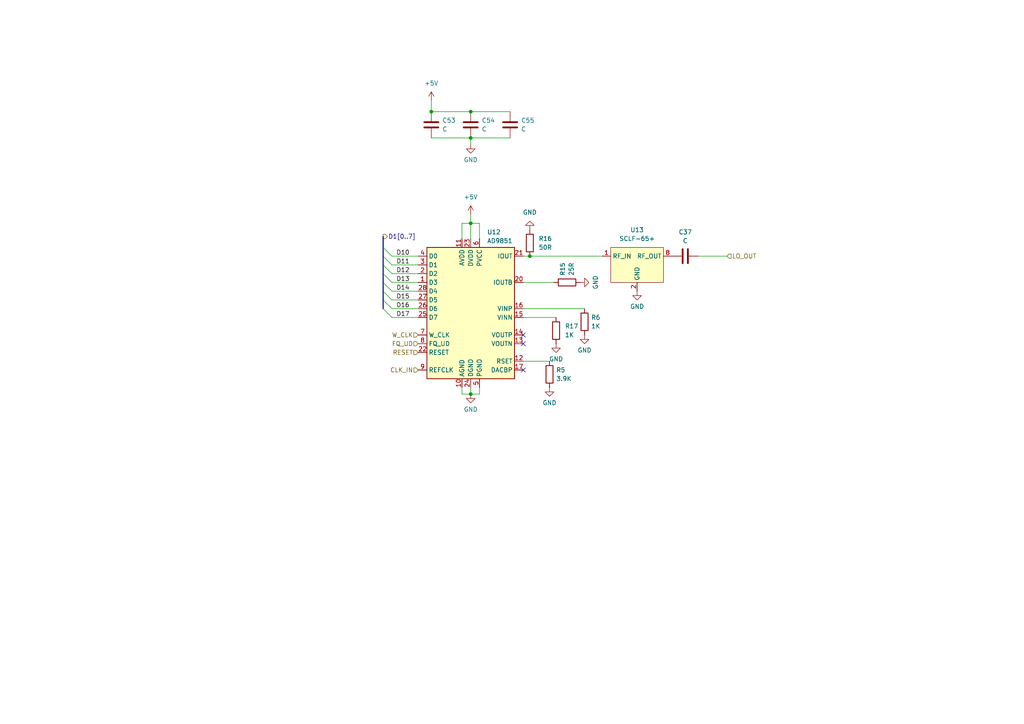
<source format=kicad_sch>
(kicad_sch (version 20230121) (generator eeschema)
  (paper "A4")
  (lib_symbols
    (symbol "Device:C" (pin_numbers hide) (pin_names (offset 0.254))
      (property "Reference" "C" (at 0.635 2.54 0))
      (property "Value" "C" (at 0.635 -2.54 0))
      (symbol "C_0_1"
        (polyline (pts (xy -2.032 -0.762) (xy 2.032 -0.762)) (stroke (width 0.508)))
        (polyline (pts (xy -2.032 0.762) (xy 2.032 0.762)) (stroke (width 0.508)))
      )
      (symbol "C_1_1"
        (pin passive line (at 0 3.81 270) (length 2.794) (name "~") (number "1"))
        (pin passive line (at 0 -3.81 90) (length 2.794) (name "~") (number "2"))
      )
    )
    (symbol "Device:R" (pin_numbers hide) (pin_names (offset 0))
      (property "Reference" "R" (at 2.032 0 90))
      (property "Value" "R" (at 0 0 90))
      (symbol "R_0_1"
        (rectangle (start -1.016 -2.54) (end 1.016 2.54) (stroke (width 0.254)))
      )
      (symbol "R_1_1"
        (pin passive line (at 0 3.81 270) (length 1.27) (name "~") (number "1"))
        (pin passive line (at 0 -3.81 90) (length 1.27) (name "~") (number "2"))
      )
    )
    (symbol "Interface:AD9851"
      (property "Reference" "U" (at -12.7 19.05 0))
      (property "Value" "AD9851" (at 12.7 19.05 0))
      (symbol "AD9851_0_1"
        (rectangle (start -12.7 17.78) (end 12.7 -20.32) (stroke (width 0.254)) (fill (type background)))
      )
      (symbol "AD9851_1_1"
        (pin input line (at -15.24 7.62 0) (length 2.54) (name "D3") (number "1"))
        (pin power_in line (at -2.54 -22.86 90) (length 2.54) (name "AGND") (number "10"))
        (pin power_in line (at -2.54 20.32 270) (length 2.54) (name "AVDD") (number "11"))
        (pin passive line (at 15.24 -15.24 180) (length 2.54) (name "RSET") (number "12"))
        (pin output line (at 15.24 -10.16 180) (length 2.54) (name "VOUTN") (number "13"))
        (pin output line (at 15.24 -7.62 180) (length 2.54) (name "VOUTP") (number "14"))
        (pin input line (at 15.24 -2.54 180) (length 2.54) (name "VINN") (number "15"))
        (pin input line (at 15.24 0 180) (length 2.54) (name "VINP") (number "16"))
        (pin passive line (at 15.24 -17.78 180) (length 2.54) (name "DACBP") (number "17"))
        (pin passive line (at -2.54 20.32 270) (length 2.54) hide (name "AVDD") (number "18"))
        (pin passive line (at -2.54 -22.86 90) (length 2.54) hide (name "AGND") (number "19"))
        (pin input line (at -15.24 10.16 0) (length 2.54) (name "D2") (number "2"))
        (pin output line (at 15.24 7.62 180) (length 2.54) (name "IOUTB") (number "20"))
        (pin output line (at 15.24 15.24 180) (length 2.54) (name "IOUT") (number "21"))
        (pin input line (at -15.24 -12.7 0) (length 2.54) (name "RESET") (number "22"))
        (pin power_in line (at 0 20.32 270) (length 2.54) (name "DVDD") (number "23"))
        (pin power_in line (at 0 -22.86 90) (length 2.54) (name "DGND") (number "24"))
        (pin input line (at -15.24 -2.54 0) (length 2.54) (name "D7") (number "25"))
        (pin input line (at -15.24 0 0) (length 2.54) (name "D6") (number "26"))
        (pin input line (at -15.24 2.54 0) (length 2.54) (name "D5") (number "27"))
        (pin input line (at -15.24 5.08 0) (length 2.54) (name "D4") (number "28"))
        (pin input line (at -15.24 12.7 0) (length 2.54) (name "D1") (number "3"))
        (pin input line (at -15.24 15.24 0) (length 2.54) (name "D0") (number "4"))
        (pin power_in line (at 2.54 -22.86 90) (length 2.54) (name "PGND") (number "5"))
        (pin power_in line (at 2.54 20.32 270) (length 2.54) (name "PVCC") (number "6"))
        (pin input line (at -15.24 -7.62 0) (length 2.54) (name "W_CLK") (number "7"))
        (pin input line (at -15.24 -10.16 0) (length 2.54) (name "FQ_UD") (number "8"))
        (pin input line (at -15.24 -17.78 0) (length 2.54) (name "REFCLK") (number "9"))
      )
    )
    (symbol "SCLF-65+:SCLF-65+"
      (property "Reference" "U" (at 0 8.255 0))
      (property "Value" "SCLF-65+" (at 0 6.35 0))
      (symbol "SCLF-65+_1_1"
        (rectangle (start -7.62 5.08) (end 7.62 -5.08) (fill (type background)))
        (pin input line (at -10.16 2.54 0) (length 2.54) (name "RF_IN") (number "1"))
        (pin power_in line (at 0 -7.62 90) (length 2.54) (name "GND") (number "2"))
        (pin power_in line (at 0 -7.62 90) (length 2.54) hide (name "GND") (number "3"))
        (pin power_in line (at 0 -7.62 90) (length 2.54) hide (name "GND") (number "4"))
        (pin power_in line (at 0 -7.62 90) (length 2.54) hide (name "GND") (number "5"))
        (pin power_in line (at 0 -7.62 90) (length 2.54) hide (name "GND") (number "6"))
        (pin power_in line (at 0 -7.62 90) (length 2.54) hide (name "GND") (number "7"))
        (pin output line (at 10.16 2.54 180) (length 2.54) (name "RF_OUT") (number "8"))
      )
    )
    (symbol "power:+5V" (power) (pin_names (offset 0))
      (property "Value" "+5V" (at 0 3.556 0))
      (symbol "+5V_0_1"
        (polyline (pts (xy -0.762 1.27) (xy 0 2.54)))
        (polyline (pts (xy 0 0) (xy 0 2.54)))
        (polyline (pts (xy 0 2.54) (xy 0.762 1.27)))
      )
      (symbol "+5V_1_1"
        (pin power_in line (at 0 0 90) (length 0) hide (name "+5V") (number "1"))
      )
    )
    (symbol "power:GND" (power) (pin_names (offset 0))
      (property "Value" "GND" (at 0 -3.81 0))
      (symbol "GND_0_1"
        (polyline (pts (xy 0 0) (xy 0 -1.27) (xy 1.27 -1.27) (xy 0 -2.54) (xy -1.27 -1.27) (xy 0 -1.27)))
      )
      (symbol "GND_1_1"
        (pin power_in line (at 0 0 270) (length 0) hide (name "GND") (number "1"))
      )
    )
  )
  (junction (at 136.525 114.3))
  (junction (at 153.67 74.295))
  (junction (at 136.525 64.77))
  (junction (at 136.525 40.005))
  (junction (at 125.095 32.385))
  (junction (at 136.525 32.385))
  (no_connect (at 151.765 97.155))
  (no_connect (at 151.765 99.695))
  (no_connect (at 151.765 107.315))
  (bus_entry (at 111.125 89.535) (size 2.54 2.54))
  (bus_entry (at 111.125 74.295) (size 2.54 2.54))
  (bus_entry (at 111.125 76.835) (size 2.54 2.54))
  (bus_entry (at 111.125 79.375) (size 2.54 2.54))
  (bus_entry (at 111.125 86.995) (size 2.54 2.54))
  (bus_entry (at 111.125 71.755) (size 2.54 2.54))
  (bus_entry (at 111.125 81.915) (size 2.54 2.54))
  (bus_entry (at 111.125 84.455) (size 2.54 2.54))
  (wire (pts (xy 113.665 79.375) (xy 121.285 79.375)))
  (bus (pts (xy 111.125 71.755) (xy 111.125 74.295)))
  (wire (pts (xy 139.065 114.3) (xy 136.525 114.3)))
  (bus (pts (xy 111.125 74.295) (xy 111.125 76.835)))
  (bus (pts (xy 111.125 79.375) (xy 111.125 81.915)))
  (wire (pts (xy 125.095 40.005) (xy 136.525 40.005)))
  (wire (pts (xy 136.525 40.005) (xy 147.955 40.005)))
  (wire (pts (xy 133.985 114.3) (xy 136.525 114.3)))
  (wire (pts (xy 139.065 69.215) (xy 139.065 64.77)))
  (bus (pts (xy 111.125 68.58) (xy 111.125 71.755)))
  (wire (pts (xy 136.525 40.005) (xy 136.525 41.91)))
  (wire (pts (xy 202.565 74.295) (xy 210.82 74.295)))
  (wire (pts (xy 113.665 74.295) (xy 121.285 74.295)))
  (wire (pts (xy 151.765 104.775) (xy 159.385 104.775)))
  (wire (pts (xy 133.985 69.215) (xy 133.985 64.77)))
  (wire (pts (xy 151.765 89.535) (xy 169.545 89.535)))
  (wire (pts (xy 136.525 64.77) (xy 139.065 64.77)))
  (wire (pts (xy 136.525 112.395) (xy 136.525 114.3)))
  (bus (pts (xy 111.125 86.995) (xy 111.125 89.535)))
  (wire (pts (xy 136.525 62.23) (xy 136.525 64.77)))
  (wire (pts (xy 125.095 32.385) (xy 136.525 32.385)))
  (wire (pts (xy 151.765 92.075) (xy 161.29 92.075)))
  (wire (pts (xy 139.065 112.395) (xy 139.065 114.3)))
  (wire (pts (xy 151.765 81.915) (xy 160.655 81.915)))
  (wire (pts (xy 136.525 64.77) (xy 136.525 69.215)))
  (wire (pts (xy 113.665 81.915) (xy 121.285 81.915)))
  (wire (pts (xy 113.665 76.835) (xy 121.285 76.835)))
  (bus (pts (xy 111.125 76.835) (xy 111.125 79.375)))
  (wire (pts (xy 125.095 29.21) (xy 125.095 32.385)))
  (wire (pts (xy 113.665 84.455) (xy 121.285 84.455)))
  (wire (pts (xy 153.67 74.295) (xy 174.625 74.295)))
  (wire (pts (xy 113.665 92.075) (xy 121.285 92.075)))
  (wire (pts (xy 133.985 112.395) (xy 133.985 114.3)))
  (wire (pts (xy 151.765 74.295) (xy 153.67 74.295)))
  (wire (pts (xy 136.525 32.385) (xy 147.955 32.385)))
  (wire (pts (xy 113.665 89.535) (xy 121.285 89.535)))
  (bus (pts (xy 111.125 84.455) (xy 111.125 86.995)))
  (wire (pts (xy 136.525 64.77) (xy 133.985 64.77)))
  (wire (pts (xy 113.665 86.995) (xy 121.285 86.995)))
  (bus (pts (xy 111.125 81.915) (xy 111.125 84.455)))
  (label "D10" (at 114.935 74.295 0))
  (label "D15" (at 114.935 86.995 0))
  (label "D13" (at 114.935 81.915 0))
  (label "D14" (at 114.935 84.455 0))
  (label "D12" (at 114.935 79.375 0))
  (label "D16" (at 114.935 89.535 0))
  (label "D11" (at 114.935 76.835 0))
  (label "D17" (at 114.935 92.075 0))
  (hierarchical_label "RESET" (shape input) (at 121.285 102.235 180))
  (hierarchical_label "FQ_UD" (shape input) (at 121.285 99.695 180))
  (hierarchical_label "D1[0..7]" (shape output) (at 111.125 68.58 0))
  (hierarchical_label "CLK_IN" (shape input) (at 121.285 107.315 180))
  (hierarchical_label "W_CLK" (shape input) (at 121.285 97.155 180))
  (hierarchical_label "LO_OUT" (shape input) (at 210.82 74.295 0))
  (symbol (lib_id "Interface:AD9851") (at 136.525 89.535 0) (unit 1)
    (property "Reference" "U12" (at 141.2591 67.31 0) (effects (justify left)))
    (property "Value" "AD9851" (at 141.2591 69.85 0) (effects (justify left)))
    (property "Footprint" "Package_SO:SSOP-28_5.3x10.2mm_P0.65mm" (effects hide))
    (property "Datasheet" "https://www.analog.com/media/en/technical-documentation/data-sheets/AD9851.pdf" (effects hide))
  )
  (symbol (lib_id "Device:R") (at 161.29 95.885 0) (unit 1)
    (property "Reference" "R17" (at 163.83 94.615 0) (effects (justify left)))
    (property "Value" "1K" (at 163.83 97.155 0) (effects (justify left)))
  )
  (symbol (lib_id "Device:C") (at 136.525 36.195 180) (unit 1)
    (property "Reference" "C54" (at 139.7 34.925 0) (effects (justify right)))
    (property "Value" "C" (at 139.7 37.465 0) (effects (justify right)))
  )
  (symbol (lib_id "power:+5V") (at 136.525 62.23 0) (unit 1)
    (property "Reference" "#PWR062" (effects hide))
    (property "Value" "+5V" (at 136.525 57.15 0))
  )
  (symbol (lib_id "Device:R") (at 159.385 108.585 0) (unit 1)
    (property "Reference" "R5" (at 161.29 107.315 0) (effects (justify left)))
    (property "Value" "3.9K" (at 161.29 109.855 0) (effects (justify left)))
  )
  (symbol (lib_id "power:GND") (at 161.29 99.695 0) (unit 1)
    (property "Reference" "#PWR085" (effects hide))
    (property "Value" "GND" (at 161.29 104.14 0))
  )
  (symbol (lib_id "power:+5V") (at 125.095 29.21 0) (unit 1)
    (property "Reference" "#PWR061" (effects hide))
    (property "Value" "+5V" (at 125.095 24.13 0))
  )
  (symbol (lib_id "power:GND") (at 136.525 114.3 0) (unit 1)
    (property "Reference" "#PWR049" (effects hide))
    (property "Value" "GND" (at 136.525 118.745 0))
  )
  (symbol (lib_id "power:GND") (at 169.545 97.155 0) (unit 1)
    (property "Reference" "#PWR064" (effects hide))
    (property "Value" "GND" (at 169.545 101.6 0))
  )
  (symbol (lib_id "Device:R") (at 164.465 81.915 90) (unit 1)
    (property "Reference" "R15" (at 163.195 80.01 0) (effects (justify left)))
    (property "Value" "25R" (at 165.735 80.01 0) (effects (justify left)))
  )
  (symbol (lib_id "Device:R") (at 169.545 93.345 0) (unit 1)
    (property "Reference" "R6" (at 171.45 92.075 0) (effects (justify left)))
    (property "Value" "1K" (at 171.45 94.615 0) (effects (justify left)))
  )
  (symbol (lib_id "Device:R") (at 153.67 70.485 0) (unit 1)
    (property "Reference" "R16" (at 156.21 69.215 0) (effects (justify left)))
    (property "Value" "50R" (at 156.21 71.755 0) (effects (justify left)))
  )
  (symbol (lib_id "SCLF-65+:SCLF-65+") (at 184.785 76.835 0) (unit 1)
    (property "Reference" "U13" (at 184.785 66.675 0))
    (property "Value" "SCLF-65+" (at 184.785 69.215 0))
  )
  (symbol (lib_id "Device:C") (at 198.755 74.295 90) (unit 1)
    (property "Reference" "C37" (at 198.755 67.31 90))
    (property "Value" "C" (at 198.755 69.85 90))
    (instances (project "analog_frontend" (path "" (reference "C37") (unit 1)) (path "" (reference "C36") (unit 1)) (path "" (reference "C36") (unit 1))))
  )
  (symbol (lib_id "Device:C") (at 125.095 36.195 0) (unit 1)
    (property "Reference" "C53" (at 128.27 34.925 0) (effects (justify left)))
    (property "Value" "C" (at 128.27 37.465 0) (effects (justify left)))
  )
  (symbol (lib_id "power:GND") (at 159.385 112.395 0) (unit 1)
    (property "Reference" "#PWR060" (effects hide))
    (property "Value" "GND" (at 159.385 116.84 0))
  )
  (symbol (lib_id "power:GND") (at 184.785 84.455 0) (unit 1)
    (property "Reference" "#PWR088" (effects hide))
    (property "Value" "GND" (at 184.785 88.9 0))
  )
  (symbol (lib_id "Device:C") (at 147.955 36.195 180) (unit 1)
    (property "Reference" "C55" (at 151.13 34.925 0) (effects (justify right)))
    (property "Value" "C" (at 151.13 37.465 0) (effects (justify right)))
  )
  (symbol (lib_id "power:GND") (at 168.275 81.915 90) (unit 1)
    (property "Reference" "#PWR086" (effects hide))
    (property "Value" "GND" (at 172.72 81.915 0))
  )
  (symbol (lib_id "power:GND") (at 136.525 41.91 0) (unit 1)
    (property "Reference" "#PWR063" (effects hide))
    (property "Value" "GND" (at 136.525 46.355 0))
  )
  (symbol (lib_id "power:GND") (at 153.67 66.675 180) (unit 1)
    (property "Reference" "#PWR087" (effects hide))
    (property "Value" "GND" (at 153.67 61.595 0))
  )
)
</source>
